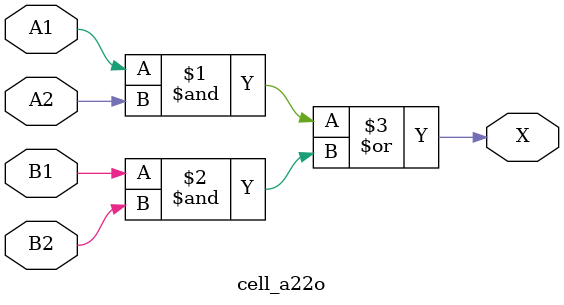
<source format=v>
`timescale 1ps/1ps
module cell_a22o
(
    input wire A1,
    input wire A2,
    input wire B1,
    input wire B2,
    output wire X
);
    assign X = ((A1 & A2) | (B1 & B2));
endmodule

</source>
